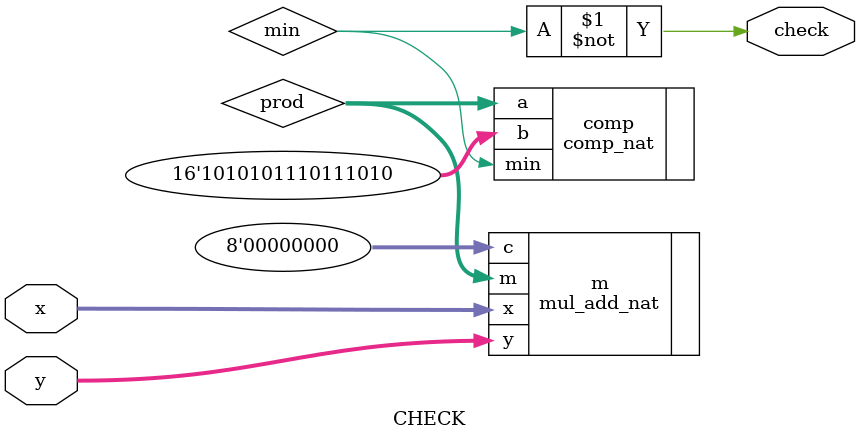
<source format=v>
module ABC (
    x, y,
    soc, eoc, out, 
    clock, reset_
);
    input clock, reset_;
    input soc;
    output eoc;
    output [7:0] x;
    input [7:0] y;
    output [15:0] out;
    
    reg EOC;
    reg [7:0] X;
    reg [15:0] OUT;
    
    reg [2:0] STAR;
    
    localparam S0=0, S1=1, S2=2, S3=3; 

    assign eoc = EOC;
    assign x = X;
    assign out = OUT;

    wire check;
    CHECK c (
        .x(x), .y(y), .check(check)
    );

    always @(reset_==0) #1 
        begin
            EOC = 1; 
            X = 0;
            OUT = 0;
            STAR = S0; 
        end
    
    always @(posedge clock) if (reset_==1) #3
        casex(STAR)
            S0: 
                begin
                    EOC <= 1;
                    STAR <= soc ? S1 : S0;
                end
            S1: 
                begin
                    EOC <= 0;
                    STAR <= soc ? S1 : S2; 
                end
            S2: 
                begin
                    X <= X + 1;
                    STAR <= S3;
                end
            S3:
                begin
                    OUT <= {X, y};
                    STAR <= check ? S0 : S2;
                end
        endcase

endmodule

module CHECK(
    x, y,
    check
);
    input [7:0] x, y;
    output check;

    wire [15:0] prod;
    mul_add_nat #( .N(8), .M(8) ) m (
        .x(x), .y(y), .c(8'b0),
        .m(prod)
    );

    wire min;
    comp_nat #( .N(16) ) comp (
        .a(prod), .b(16'hABBA),
        .min(min)
    );

    assign check = ~min;
endmodule
</source>
